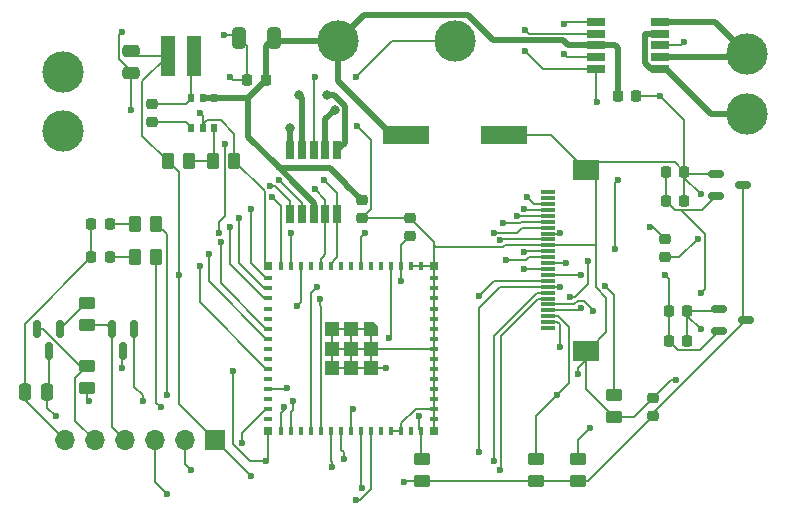
<source format=gbr>
%TF.GenerationSoftware,KiCad,Pcbnew,8.0.5*%
%TF.CreationDate,2024-09-22T08:03:16-05:00*%
%TF.ProjectId,rc,72632e6b-6963-4616-945f-706362585858,rev?*%
%TF.SameCoordinates,Original*%
%TF.FileFunction,Copper,L1,Top*%
%TF.FilePolarity,Positive*%
%FSLAX46Y46*%
G04 Gerber Fmt 4.6, Leading zero omitted, Abs format (unit mm)*
G04 Created by KiCad (PCBNEW 8.0.5) date 2024-09-22 08:03:16*
%MOMM*%
%LPD*%
G01*
G04 APERTURE LIST*
G04 Aperture macros list*
%AMRoundRect*
0 Rectangle with rounded corners*
0 $1 Rounding radius*
0 $2 $3 $4 $5 $6 $7 $8 $9 X,Y pos of 4 corners*
0 Add a 4 corners polygon primitive as box body*
4,1,4,$2,$3,$4,$5,$6,$7,$8,$9,$2,$3,0*
0 Add four circle primitives for the rounded corners*
1,1,$1+$1,$2,$3*
1,1,$1+$1,$4,$5*
1,1,$1+$1,$6,$7*
1,1,$1+$1,$8,$9*
0 Add four rect primitives between the rounded corners*
20,1,$1+$1,$2,$3,$4,$5,0*
20,1,$1+$1,$4,$5,$6,$7,0*
20,1,$1+$1,$6,$7,$8,$9,0*
20,1,$1+$1,$8,$9,$2,$3,0*%
%AMOutline5P*
0 Free polygon, 5 corners , with rotation*
0 The origin of the aperture is its center*
0 number of corners: always 5*
0 $1 to $10 corner X, Y*
0 $11 Rotation angle, in degrees counterclockwise*
0 create outline with 5 corners*
4,1,5,$1,$2,$3,$4,$5,$6,$7,$8,$9,$10,$1,$2,$11*%
%AMOutline6P*
0 Free polygon, 6 corners , with rotation*
0 The origin of the aperture is its center*
0 number of corners: always 6*
0 $1 to $12 corner X, Y*
0 $13 Rotation angle, in degrees counterclockwise*
0 create outline with 6 corners*
4,1,6,$1,$2,$3,$4,$5,$6,$7,$8,$9,$10,$11,$12,$1,$2,$13*%
%AMOutline7P*
0 Free polygon, 7 corners , with rotation*
0 The origin of the aperture is its center*
0 number of corners: always 7*
0 $1 to $14 corner X, Y*
0 $15 Rotation angle, in degrees counterclockwise*
0 create outline with 7 corners*
4,1,7,$1,$2,$3,$4,$5,$6,$7,$8,$9,$10,$11,$12,$13,$14,$1,$2,$15*%
%AMOutline8P*
0 Free polygon, 8 corners , with rotation*
0 The origin of the aperture is its center*
0 number of corners: always 8*
0 $1 to $16 corner X, Y*
0 $17 Rotation angle, in degrees counterclockwise*
0 create outline with 8 corners*
4,1,8,$1,$2,$3,$4,$5,$6,$7,$8,$9,$10,$11,$12,$13,$14,$15,$16,$1,$2,$17*%
G04 Aperture macros list end*
%TA.AperFunction,SMDPad,CuDef*%
%ADD10R,3.911600X1.498600*%
%TD*%
%TA.AperFunction,ConnectorPad*%
%ADD11C,3.500000*%
%TD*%
%TA.AperFunction,ComponentPad*%
%ADD12C,2.600000*%
%TD*%
%TA.AperFunction,SMDPad,CuDef*%
%ADD13R,1.525000X0.650000*%
%TD*%
%TA.AperFunction,SMDPad,CuDef*%
%ADD14RoundRect,0.225000X-0.225000X-0.250000X0.225000X-0.250000X0.225000X0.250000X-0.225000X0.250000X0*%
%TD*%
%TA.AperFunction,SMDPad,CuDef*%
%ADD15R,0.400000X0.800000*%
%TD*%
%TA.AperFunction,SMDPad,CuDef*%
%ADD16R,0.800000X0.400000*%
%TD*%
%TA.AperFunction,SMDPad,CuDef*%
%ADD17Outline5P,-0.600000X0.204000X-0.204000X0.600000X0.600000X0.600000X0.600000X-0.600000X-0.600000X-0.600000X270.000000*%
%TD*%
%TA.AperFunction,SMDPad,CuDef*%
%ADD18R,1.200000X1.200000*%
%TD*%
%TA.AperFunction,SMDPad,CuDef*%
%ADD19R,0.800000X0.800000*%
%TD*%
%TA.AperFunction,SMDPad,CuDef*%
%ADD20RoundRect,0.250000X0.450000X-0.262500X0.450000X0.262500X-0.450000X0.262500X-0.450000X-0.262500X0*%
%TD*%
%TA.AperFunction,SMDPad,CuDef*%
%ADD21R,1.300000X0.300000*%
%TD*%
%TA.AperFunction,SMDPad,CuDef*%
%ADD22R,2.200000X1.800000*%
%TD*%
%TA.AperFunction,SMDPad,CuDef*%
%ADD23RoundRect,0.250000X-0.450000X0.262500X-0.450000X-0.262500X0.450000X-0.262500X0.450000X0.262500X0*%
%TD*%
%TA.AperFunction,SMDPad,CuDef*%
%ADD24RoundRect,0.150000X-0.512500X-0.150000X0.512500X-0.150000X0.512500X0.150000X-0.512500X0.150000X0*%
%TD*%
%TA.AperFunction,ComponentPad*%
%ADD25R,1.700000X1.700000*%
%TD*%
%TA.AperFunction,ComponentPad*%
%ADD26O,1.700000X1.700000*%
%TD*%
%TA.AperFunction,SMDPad,CuDef*%
%ADD27RoundRect,0.225000X0.250000X-0.225000X0.250000X0.225000X-0.250000X0.225000X-0.250000X-0.225000X0*%
%TD*%
%TA.AperFunction,SMDPad,CuDef*%
%ADD28RoundRect,0.250000X0.262500X0.450000X-0.262500X0.450000X-0.262500X-0.450000X0.262500X-0.450000X0*%
%TD*%
%TA.AperFunction,SMDPad,CuDef*%
%ADD29RoundRect,0.250000X0.250000X0.475000X-0.250000X0.475000X-0.250000X-0.475000X0.250000X-0.475000X0*%
%TD*%
%TA.AperFunction,SMDPad,CuDef*%
%ADD30R,0.549999X0.800001*%
%TD*%
%TA.AperFunction,SMDPad,CuDef*%
%ADD31RoundRect,0.250000X0.325000X0.650000X-0.325000X0.650000X-0.325000X-0.650000X0.325000X-0.650000X0*%
%TD*%
%TA.AperFunction,SMDPad,CuDef*%
%ADD32RoundRect,0.218750X-0.218750X-0.256250X0.218750X-0.256250X0.218750X0.256250X-0.218750X0.256250X0*%
%TD*%
%TA.AperFunction,SMDPad,CuDef*%
%ADD33RoundRect,0.225000X-0.250000X0.225000X-0.250000X-0.225000X0.250000X-0.225000X0.250000X0.225000X0*%
%TD*%
%TA.AperFunction,SMDPad,CuDef*%
%ADD34RoundRect,0.225000X0.225000X0.250000X-0.225000X0.250000X-0.225000X-0.250000X0.225000X-0.250000X0*%
%TD*%
%TA.AperFunction,SMDPad,CuDef*%
%ADD35R,1.300000X3.500000*%
%TD*%
%TA.AperFunction,SMDPad,CuDef*%
%ADD36RoundRect,0.250000X-0.475000X0.250000X-0.475000X-0.250000X0.475000X-0.250000X0.475000X0.250000X0*%
%TD*%
%TA.AperFunction,SMDPad,CuDef*%
%ADD37RoundRect,0.150000X-0.150000X0.587500X-0.150000X-0.587500X0.150000X-0.587500X0.150000X0.587500X0*%
%TD*%
%TA.AperFunction,SMDPad,CuDef*%
%ADD38R,0.650000X1.525000*%
%TD*%
%TA.AperFunction,ViaPad*%
%ADD39C,0.600000*%
%TD*%
%TA.AperFunction,ViaPad*%
%ADD40C,0.800000*%
%TD*%
%TA.AperFunction,Conductor*%
%ADD41C,0.200000*%
%TD*%
%TA.AperFunction,Conductor*%
%ADD42C,0.500000*%
%TD*%
G04 APERTURE END LIST*
D10*
%TO.P,C15,1,1*%
%TO.N,/V_IN*%
X151206200Y-60706000D03*
%TO.P,C15,2,2*%
%TO.N,GND*%
X159512000Y-60706000D03*
%TD*%
D11*
%TO.P,TP8,1,1*%
%TO.N,Net-(IC2-OUT2)*%
X180086000Y-58898000D03*
D12*
X180086000Y-58898000D03*
%TD*%
D11*
%TO.P,TP7,1,1*%
%TO.N,Net-(IC2-OUT1)*%
X180086000Y-53848000D03*
D12*
X180086000Y-53848000D03*
%TD*%
D13*
%TO.P,IC2,1,IN1*%
%TO.N,/motor_a*%
X167296000Y-51118000D03*
%TO.P,IC2,2,IN2*%
%TO.N,/motor_b*%
X167296000Y-52118000D03*
%TO.P,IC2,3,VBB*%
%TO.N,/V_IN*%
X167296000Y-53118000D03*
%TO.P,IC2,4,IN3*%
%TO.N,/motor_a*%
X167296000Y-54118000D03*
%TO.P,IC2,5,IN4*%
%TO.N,/motor_b*%
X167296000Y-55118000D03*
%TO.P,IC2,6,OUT4*%
%TO.N,Net-(IC2-OUT2)*%
X172720000Y-55118000D03*
%TO.P,IC2,7,OUT3*%
%TO.N,Net-(IC2-OUT1)*%
X172720000Y-54118000D03*
%TO.P,IC2,8,GND*%
%TO.N,GND*%
X172720000Y-53118000D03*
%TO.P,IC2,9,OUT2*%
%TO.N,Net-(IC2-OUT2)*%
X172720000Y-52118000D03*
%TO.P,IC2,10,OUT1*%
%TO.N,Net-(IC2-OUT1)*%
X172720000Y-51118000D03*
%TD*%
D14*
%TO.P,C14,1*%
%TO.N,/V_IN*%
X169151000Y-57404000D03*
%TO.P,C14,2*%
%TO.N,GND*%
X170701000Y-57404000D03*
%TD*%
D12*
%TO.P,TP4,1,1*%
%TO.N,Net-(IC1-OUT2)*%
X122189769Y-55323426D03*
D11*
X122189769Y-55323426D03*
%TD*%
D12*
%TO.P,TP1,1,1*%
%TO.N,/V_IN*%
X145430769Y-52753426D03*
D11*
X145430769Y-52753426D03*
%TD*%
D15*
%TO.P,U1,1,GND*%
%TO.N,GND*%
X152522769Y-71789426D03*
%TO.P,U1,2,GND*%
X151672769Y-71789426D03*
%TO.P,U1,3,3V3*%
%TO.N,+3.3V*%
X150822769Y-71789426D03*
%TO.P,U1,4,IO0*%
%TO.N,Net-(Q2-C)*%
X149972769Y-71789426D03*
%TO.P,U1,5,IO1*%
%TO.N,unconnected-(U1-IO1-Pad5)*%
X149122769Y-71789426D03*
%TO.P,U1,6,IO2*%
%TO.N,unconnected-(U1-IO2-Pad6)*%
X148272769Y-71789426D03*
%TO.P,U1,7,IO3*%
%TO.N,/csi_d4*%
X147422769Y-71789426D03*
%TO.P,U1,8,IO4*%
%TO.N,unconnected-(U1-IO4-Pad8)*%
X146572769Y-71789426D03*
%TO.P,U1,9,IO5*%
%TO.N,unconnected-(U1-IO5-Pad9)*%
X145722769Y-71789426D03*
%TO.P,U1,10,IO6*%
%TO.N,/steer_b*%
X144872769Y-71789426D03*
%TO.P,U1,11,IO7*%
%TO.N,/steer_a*%
X144022769Y-71789426D03*
%TO.P,U1,12,IO8*%
%TO.N,unconnected-(U1-IO8-Pad12)*%
X143172769Y-71789426D03*
%TO.P,U1,13,IO9*%
%TO.N,/motor_b*%
X142322769Y-71789426D03*
%TO.P,U1,14,IO10*%
%TO.N,/motor_a*%
X141472769Y-71789426D03*
%TO.P,U1,15,IO11*%
%TO.N,/csi_d2*%
X140622769Y-71789426D03*
D16*
%TO.P,U1,16,IO12*%
%TO.N,/csi_d1*%
X139572769Y-72839426D03*
%TO.P,U1,17,IO13*%
%TO.N,/csi_d3*%
X139572769Y-73689426D03*
%TO.P,U1,18,IO14*%
%TO.N,/csi_d0*%
X139572769Y-74539426D03*
%TO.P,U1,19,IO15*%
%TO.N,unconnected-(U1-IO15-Pad19)*%
X139572769Y-75389426D03*
%TO.P,U1,20,IO16*%
%TO.N,unconnected-(U1-IO16-Pad20)*%
X139572769Y-76239426D03*
%TO.P,U1,21,IO17*%
%TO.N,/csi_d5*%
X139572769Y-77089426D03*
%TO.P,U1,22,IO18*%
%TO.N,/csi_d6*%
X139572769Y-77939426D03*
%TO.P,U1,23,IO19*%
%TO.N,unconnected-(U1-IO19-Pad23)*%
X139572769Y-78789426D03*
%TO.P,U1,24,IO20*%
%TO.N,unconnected-(U1-IO20-Pad24)*%
X139572769Y-79639426D03*
%TO.P,U1,25,IO21*%
%TO.N,/csi_mclk*%
X139572769Y-80489426D03*
%TO.P,U1,26,IO26*%
%TO.N,unconnected-(U1-IO26-Pad26)*%
X139572769Y-81339426D03*
%TO.P,U1,27,IO47*%
%TO.N,/twi_sda*%
X139572769Y-82189426D03*
%TO.P,U1,28,IO33*%
%TO.N,unconnected-(U1-IO33-Pad28)*%
X139572769Y-83039426D03*
%TO.P,U1,29,IO34*%
%TO.N,/pwdn*%
X139572769Y-83889426D03*
%TO.P,U1,30,IO48*%
%TO.N,unconnected-(U1-IO48-Pad30)*%
X139572769Y-84739426D03*
D15*
%TO.P,U1,31,IO35*%
%TO.N,/LED1*%
X140622769Y-85789426D03*
%TO.P,U1,32,IO36*%
%TO.N,/LED2*%
X141472769Y-85789426D03*
%TO.P,U1,33,IO37*%
%TO.N,unconnected-(U1-IO37-Pad33)*%
X142322769Y-85789426D03*
%TO.P,U1,34,IO38*%
%TO.N,/csi_d7*%
X143172769Y-85789426D03*
%TO.P,U1,35,IO39*%
%TO.N,/csi_hsync*%
X144022769Y-85789426D03*
%TO.P,U1,36,IO40*%
%TO.N,/cam_rst*%
X144872769Y-85789426D03*
%TO.P,U1,37,IO41*%
%TO.N,/csi_vsync*%
X145722769Y-85789426D03*
%TO.P,U1,38,IO42*%
%TO.N,/twi_sck*%
X146572769Y-85789426D03*
%TO.P,U1,39,TXD0*%
%TO.N,/TXD*%
X147422769Y-85789426D03*
%TO.P,U1,40,RXD0*%
%TO.N,/RXD*%
X148272769Y-85789426D03*
%TO.P,U1,41,IO45*%
%TO.N,unconnected-(U1-IO45-Pad41)*%
X149122769Y-85789426D03*
%TO.P,U1,42,GND*%
%TO.N,GND*%
X149972769Y-85789426D03*
%TO.P,U1,43,GND*%
X150822769Y-85789426D03*
%TO.P,U1,44,IO46*%
%TO.N,unconnected-(U1-IO46-Pad44)*%
X151672769Y-85789426D03*
%TO.P,U1,45,EN*%
%TO.N,/CHIP_PU*%
X152522769Y-85789426D03*
D16*
%TO.P,U1,46,GND*%
%TO.N,GND*%
X153572769Y-84739426D03*
%TO.P,U1,47,GND*%
X153572769Y-83889426D03*
%TO.P,U1,48,GND*%
X153572769Y-83039426D03*
%TO.P,U1,49,GND*%
X153572769Y-82189426D03*
%TO.P,U1,50,GND*%
X153572769Y-81339426D03*
%TO.P,U1,51,GND*%
X153572769Y-80489426D03*
%TO.P,U1,52,GND*%
X153572769Y-79639426D03*
%TO.P,U1,53,GND*%
X153572769Y-78789426D03*
%TO.P,U1,54,GND*%
X153572769Y-77939426D03*
%TO.P,U1,55,GND*%
X153572769Y-77089426D03*
%TO.P,U1,56,GND*%
X153572769Y-76239426D03*
%TO.P,U1,57,GND*%
X153572769Y-75389426D03*
%TO.P,U1,58,GND*%
X153572769Y-74539426D03*
%TO.P,U1,59,GND*%
X153572769Y-73689426D03*
%TO.P,U1,60,GND*%
X153572769Y-72839426D03*
D17*
%TO.P,U1,61,GND*%
X148222769Y-77139426D03*
D18*
X146572769Y-77139426D03*
X144922769Y-77139426D03*
X148222769Y-78789426D03*
X146572769Y-78789426D03*
X144922769Y-78789426D03*
X148222769Y-80439426D03*
X146572769Y-80439426D03*
X144922769Y-80439426D03*
D19*
%TO.P,U1,62,GND*%
X153572769Y-71789426D03*
%TO.P,U1,63,GND*%
X139572769Y-71789426D03*
%TO.P,U1,64,GND*%
X139572769Y-85789426D03*
%TO.P,U1,65,GND*%
X153572769Y-85789426D03*
%TD*%
D20*
%TO.P,R5,1*%
%TO.N,+3.3V*%
X152542769Y-89987926D03*
%TO.P,R5,2*%
%TO.N,/CHIP_PU*%
X152542769Y-88162926D03*
%TD*%
D21*
%TO.P,J1,1,Pin_1*%
%TO.N,unconnected-(J1-Pin_1-Pad1)*%
X163204769Y-77045426D03*
%TO.P,J1,2,Pin_2*%
%TO.N,GND*%
X163204769Y-76545426D03*
%TO.P,J1,3,Pin_3*%
%TO.N,/twi_sda*%
X163204769Y-76045426D03*
%TO.P,J1,4,Pin_4*%
%TO.N,+2V8*%
X163204769Y-75545426D03*
%TO.P,J1,5,Pin_5*%
%TO.N,/twi_sck*%
X163204769Y-75045426D03*
%TO.P,J1,6,Pin_6*%
%TO.N,/cam_rst*%
X163204769Y-74545426D03*
%TO.P,J1,7,Pin_7*%
%TO.N,/csi_vsync*%
X163204769Y-74045426D03*
%TO.P,J1,8,Pin_8*%
%TO.N,/pwdn*%
X163204769Y-73545426D03*
%TO.P,J1,9,Pin_9*%
%TO.N,/csi_hsync*%
X163204769Y-73045426D03*
%TO.P,J1,10,Pin_10*%
%TO.N,+1V2*%
X163204769Y-72545426D03*
%TO.P,J1,11,Pin_11*%
%TO.N,+3.3V*%
X163204769Y-72045426D03*
%TO.P,J1,12,Pin_12*%
%TO.N,/csi_d7*%
X163204769Y-71545426D03*
%TO.P,J1,13,Pin_13*%
%TO.N,/csi_mclk*%
X163204769Y-71045426D03*
%TO.P,J1,14,Pin_14*%
%TO.N,/csi_d6*%
X163204769Y-70545426D03*
%TO.P,J1,15,Pin_15*%
%TO.N,GND*%
X163204769Y-70045426D03*
%TO.P,J1,16,Pin_16*%
%TO.N,/csi_d5*%
X163204769Y-69545426D03*
%TO.P,J1,17,Pin_17*%
%TO.N,/csi_pclk*%
X163204769Y-69045426D03*
%TO.P,J1,18,Pin_18*%
%TO.N,/csi_d4*%
X163204769Y-68545426D03*
%TO.P,J1,19,Pin_19*%
%TO.N,/csi_d0*%
X163204769Y-68045426D03*
%TO.P,J1,20,Pin_20*%
%TO.N,/csi_d3*%
X163204769Y-67545426D03*
%TO.P,J1,21,Pin_21*%
%TO.N,/csi_d1*%
X163204769Y-67045426D03*
%TO.P,J1,22,Pin_22*%
%TO.N,/csi_d2*%
X163204769Y-66545426D03*
%TO.P,J1,23,Pin_23*%
%TO.N,unconnected-(J1-Pin_23-Pad23)*%
X163204769Y-66045426D03*
%TO.P,J1,24,Pin_24*%
%TO.N,unconnected-(J1-Pin_24-Pad24)*%
X163204769Y-65545426D03*
D22*
%TO.P,J1,MP,MountPin*%
%TO.N,GND*%
X166454769Y-78945426D03*
X166454769Y-63645426D03*
%TD*%
D23*
%TO.P,R7,1*%
%TO.N,/twi_sda*%
X162194769Y-88162926D03*
%TO.P,R7,2*%
%TO.N,+3.3V*%
X162194769Y-89987926D03*
%TD*%
D14*
%TO.P,C9,1*%
%TO.N,+1V2*%
X173482269Y-75625426D03*
%TO.P,C9,2*%
%TO.N,GND*%
X175032269Y-75625426D03*
%TD*%
D24*
%TO.P,U4,1,GND*%
%TO.N,GND*%
X177699769Y-75425426D03*
%TO.P,U4,2,VO*%
%TO.N,+1V2*%
X177699769Y-77325426D03*
%TO.P,U4,3,VI*%
%TO.N,+3.3V*%
X179974769Y-76375426D03*
%TD*%
D25*
%TO.P,J2,1,Pin_1*%
%TO.N,+3.3V*%
X135016769Y-86535426D03*
D26*
%TO.P,J2,2,Pin_2*%
%TO.N,/TXD*%
X132476769Y-86535426D03*
%TO.P,J2,3,Pin_3*%
%TO.N,/RXD*%
X129936769Y-86535426D03*
%TO.P,J2,4,Pin_4*%
%TO.N,/DTR*%
X127396769Y-86535426D03*
%TO.P,J2,5,Pin_5*%
%TO.N,/RTS*%
X124856769Y-86535426D03*
%TO.P,J2,6,Pin_6*%
%TO.N,GND*%
X122316769Y-86535426D03*
%TD*%
D12*
%TO.P,TP3,1,1*%
%TO.N,Net-(IC1-OUT1)*%
X122189769Y-60373426D03*
D11*
X122189769Y-60373426D03*
%TD*%
D20*
%TO.P,R6,1*%
%TO.N,GND*%
X168798769Y-84550426D03*
%TO.P,R6,2*%
%TO.N,/pwdn*%
X168798769Y-82725426D03*
%TD*%
D27*
%TO.P,C3,1*%
%TO.N,Net-(U2-CB)*%
X129682769Y-59624426D03*
%TO.P,C3,2*%
%TO.N,Net-(U2-SW)*%
X129682769Y-58074426D03*
%TD*%
D28*
%TO.P,R2,1*%
%TO.N,GND*%
X136691269Y-62913426D03*
%TO.P,R2,2*%
%TO.N,Net-(U2-FB)*%
X134866269Y-62913426D03*
%TD*%
D23*
%TO.P,R8,1*%
%TO.N,/twi_sck*%
X165750769Y-88162926D03*
%TO.P,R8,2*%
%TO.N,+3.3V*%
X165750769Y-89987926D03*
%TD*%
D29*
%TO.P,C11,1*%
%TO.N,/CHIP_PU*%
X120830269Y-82471426D03*
%TO.P,C11,2*%
%TO.N,GND*%
X118930269Y-82471426D03*
%TD*%
D30*
%TO.P,U2,1,CB*%
%TO.N,Net-(U2-CB)*%
X133050768Y-60124427D03*
%TO.P,U2,2,GND*%
%TO.N,GND*%
X134000769Y-60124427D03*
%TO.P,U2,3,FB*%
%TO.N,Net-(U2-FB)*%
X134950767Y-60124427D03*
%TO.P,U2,4,EN*%
%TO.N,/V_IN*%
X134950767Y-57574427D03*
%TO.P,U2,5,VIN*%
X134000769Y-57574427D03*
%TO.P,U2,6,SW*%
%TO.N,Net-(U2-SW)*%
X133050768Y-57574427D03*
%TD*%
D31*
%TO.P,C1,1*%
%TO.N,/V_IN*%
X140047769Y-52499426D03*
%TO.P,C1,2*%
%TO.N,GND*%
X137097769Y-52499426D03*
%TD*%
D32*
%TO.P,D3,1,K*%
%TO.N,GND*%
X124577269Y-71041426D03*
%TO.P,D3,2,A*%
%TO.N,Net-(D3-A)*%
X126152269Y-71041426D03*
%TD*%
D27*
%TO.P,C5,1*%
%TO.N,+3.3V*%
X151526769Y-69276426D03*
%TO.P,C5,2*%
%TO.N,GND*%
X151526769Y-67726426D03*
%TD*%
D33*
%TO.P,C6,1*%
%TO.N,/V_IN*%
X147462769Y-66215426D03*
%TO.P,C6,2*%
%TO.N,GND*%
X147462769Y-67765426D03*
%TD*%
D14*
%TO.P,C7,1*%
%TO.N,+2V8*%
X173228269Y-63800426D03*
%TO.P,C7,2*%
%TO.N,GND*%
X174778269Y-63800426D03*
%TD*%
D34*
%TO.P,C2,1*%
%TO.N,/V_IN*%
X139347769Y-56055426D03*
%TO.P,C2,2*%
%TO.N,GND*%
X137797769Y-56055426D03*
%TD*%
D28*
%TO.P,R9,1*%
%TO.N,/LED2*%
X130087269Y-68247426D03*
%TO.P,R9,2*%
%TO.N,Net-(D2-A)*%
X128262269Y-68247426D03*
%TD*%
D20*
%TO.P,R3,1*%
%TO.N,/DTR*%
X124198269Y-76779926D03*
%TO.P,R3,2*%
%TO.N,Net-(Q1-B)*%
X124198269Y-74954926D03*
%TD*%
D35*
%TO.P,L1,1,1*%
%TO.N,Net-(U2-SW)*%
X133238769Y-54023426D03*
%TO.P,L1,2,2*%
%TO.N,+3.3V*%
X131038769Y-54023426D03*
%TD*%
D28*
%TO.P,R10,1*%
%TO.N,/LED1*%
X130087269Y-71041426D03*
%TO.P,R10,2*%
%TO.N,Net-(D3-A)*%
X128262269Y-71041426D03*
%TD*%
D36*
%TO.P,C4,1*%
%TO.N,+3.3V*%
X127904769Y-53581426D03*
%TO.P,C4,2*%
%TO.N,GND*%
X127904769Y-55481426D03*
%TD*%
D24*
%TO.P,U3,1,GND*%
%TO.N,GND*%
X177445769Y-63995426D03*
%TO.P,U3,2,VO*%
%TO.N,+2V8*%
X177445769Y-65895426D03*
%TO.P,U3,3,VI*%
%TO.N,+3.3V*%
X179720769Y-64945426D03*
%TD*%
D27*
%TO.P,C12,1*%
%TO.N,GND*%
X173116769Y-71054426D03*
%TO.P,C12,2*%
%TO.N,/csi_pclk*%
X173116769Y-69504426D03*
%TD*%
D32*
%TO.P,D2,1,K*%
%TO.N,GND*%
X124577269Y-68247426D03*
%TO.P,D2,2,A*%
%TO.N,Net-(D2-A)*%
X126152269Y-68247426D03*
%TD*%
D28*
%TO.P,R1,1*%
%TO.N,Net-(U2-FB)*%
X132881269Y-62913426D03*
%TO.P,R1,2*%
%TO.N,+3.3V*%
X131056269Y-62913426D03*
%TD*%
D37*
%TO.P,Q2,1,B*%
%TO.N,Net-(Q2-B)*%
X128196269Y-77137426D03*
%TO.P,Q2,2,E*%
%TO.N,/DTR*%
X126296269Y-77137426D03*
%TO.P,Q2,3,C*%
%TO.N,Net-(Q2-C)*%
X127246269Y-79012426D03*
%TD*%
D14*
%TO.P,C8,1*%
%TO.N,+2V8*%
X173228269Y-66310426D03*
%TO.P,C8,2*%
%TO.N,GND*%
X174778269Y-66310426D03*
%TD*%
D27*
%TO.P,C13,1*%
%TO.N,+3.3V*%
X172100769Y-84516426D03*
%TO.P,C13,2*%
%TO.N,GND*%
X172100769Y-82966426D03*
%TD*%
D23*
%TO.P,R4,1*%
%TO.N,/RTS*%
X124198269Y-80288926D03*
%TO.P,R4,2*%
%TO.N,Net-(Q2-B)*%
X124198269Y-82113926D03*
%TD*%
D14*
%TO.P,C10,1*%
%TO.N,+1V2*%
X173482269Y-78135426D03*
%TO.P,C10,2*%
%TO.N,GND*%
X175032269Y-78135426D03*
%TD*%
D12*
%TO.P,TP2,1,1*%
%TO.N,GND*%
X155336769Y-52753426D03*
D11*
X155336769Y-52753426D03*
%TD*%
D37*
%TO.P,Q1,1,B*%
%TO.N,Net-(Q1-B)*%
X121912269Y-77137426D03*
%TO.P,Q1,2,E*%
%TO.N,/RTS*%
X120012269Y-77137426D03*
%TO.P,Q1,3,C*%
%TO.N,/CHIP_PU*%
X120962269Y-79012426D03*
%TD*%
D38*
%TO.P,IC1,1,IN1*%
%TO.N,/steer_a*%
X141398769Y-67403426D03*
%TO.P,IC1,2,IN2*%
%TO.N,/steer_b*%
X142398769Y-67403426D03*
%TO.P,IC1,3,VBB*%
%TO.N,/V_IN*%
X143398769Y-67403426D03*
%TO.P,IC1,4,IN3*%
%TO.N,/steer_a*%
X144398769Y-67403426D03*
%TO.P,IC1,5,IN4*%
%TO.N,/steer_b*%
X145398769Y-67403426D03*
%TO.P,IC1,6,OUT4*%
%TO.N,Net-(IC1-OUT2)*%
X145398769Y-61979426D03*
%TO.P,IC1,7,OUT3*%
%TO.N,Net-(IC1-OUT1)*%
X144398769Y-61979426D03*
%TO.P,IC1,8,GND*%
%TO.N,GND*%
X143398769Y-61979426D03*
%TO.P,IC1,9,OUT2*%
%TO.N,Net-(IC1-OUT2)*%
X142398769Y-61979426D03*
%TO.P,IC1,10,OUT1*%
%TO.N,Net-(IC1-OUT1)*%
X141398769Y-61979426D03*
%TD*%
D39*
%TO.N,/motor_b*%
X161290000Y-53594000D03*
%TO.N,GND*%
X147066000Y-59944000D03*
D40*
%TO.N,Net-(IC1-OUT2)*%
X144526000Y-57325426D03*
D39*
%TO.N,GND*%
X143510000Y-55801426D03*
%TO.N,/motor_b*%
X167386000Y-57912000D03*
X161290000Y-51816000D03*
%TO.N,/motor_a*%
X164592000Y-53848000D03*
X164592000Y-51308000D03*
%TO.N,GND*%
X172720000Y-57404000D03*
X174752000Y-52832000D03*
%TO.N,/motor_b*%
X169164000Y-64516000D03*
X168910000Y-70358000D03*
X165100000Y-74422000D03*
X166624000Y-71374000D03*
X141986000Y-75184000D03*
%TO.N,/motor_a*%
X135890000Y-61468000D03*
X135361178Y-68988329D03*
X141478000Y-69009426D03*
%TO.N,/steer_a*%
X139700000Y-65024000D03*
X143510000Y-65278000D03*
%TO.N,/steer_b*%
X140450090Y-64527910D03*
X144272000Y-64516000D03*
%TO.N,GND*%
X165750769Y-80947426D03*
X176164769Y-65707426D03*
X175910769Y-69517426D03*
X136540769Y-80693426D03*
X176164769Y-77137426D03*
X146967794Y-55814451D03*
X136286769Y-55801426D03*
X139334769Y-88313426D03*
X174089504Y-81412161D03*
X127142769Y-51991426D03*
X135778769Y-52245426D03*
X149494769Y-80439426D03*
X164226769Y-78661426D03*
X133746769Y-58849426D03*
X127904769Y-58595426D03*
%TO.N,+3.3V*%
X150764769Y-73073426D03*
X131968769Y-72565426D03*
X151018769Y-90091426D03*
X161178769Y-72057426D03*
X138064769Y-89583426D03*
D40*
%TO.N,Net-(IC1-OUT2)*%
X142128769Y-57325426D03*
%TO.N,Net-(IC1-OUT1)*%
X145176769Y-58595426D03*
X141366769Y-60119426D03*
D39*
%TO.N,/csi_d0*%
X159400769Y-68177426D03*
X136286769Y-68501426D03*
%TO.N,/pwdn*%
X137302769Y-86789426D03*
X168036769Y-73489426D03*
X164236853Y-73572914D03*
X157368769Y-87551426D03*
%TO.N,/csi_d4*%
X158638769Y-69009426D03*
X147716769Y-69009426D03*
%TO.N,/csi_d2*%
X139842769Y-65961426D03*
X161432769Y-65961426D03*
%TO.N,/csi_d3*%
X137048769Y-67739426D03*
X160613082Y-67577426D03*
%TO.N,/csi_d1*%
X138064769Y-66977426D03*
X161178769Y-66977426D03*
%TO.N,+1V2*%
X173116769Y-72565426D03*
X166004769Y-72565426D03*
%TO.N,/csi_vsync*%
X158638769Y-88313426D03*
X145938769Y-88151426D03*
%TO.N,/csi_d5*%
X159204456Y-69609426D03*
X135524769Y-69771426D03*
%TO.N,/csi_d6*%
X134508769Y-70787426D03*
X161178769Y-70645426D03*
%TO.N,/twi_sda*%
X163972769Y-82725426D03*
X141112769Y-82125426D03*
%TO.N,/cam_rst*%
X144922769Y-88821426D03*
X159146769Y-89075426D03*
%TO.N,/csi_pclk*%
X171846769Y-68501426D03*
X164236853Y-69017938D03*
%TO.N,+2V8*%
X166004769Y-75359426D03*
X176164769Y-74089426D03*
%TO.N,/csi_d7*%
X143652769Y-73581426D03*
X164734769Y-71549426D03*
%TO.N,/csi_mclk*%
X159654769Y-71295426D03*
X133746769Y-71803426D03*
%TO.N,/csi_hsync*%
X143906769Y-74597426D03*
X157368769Y-74343426D03*
%TO.N,/twi_sck*%
X166766769Y-85519426D03*
X146700769Y-83903426D03*
X167020769Y-75613426D03*
%TO.N,/CHIP_PU*%
X152288769Y-84503426D03*
X121554769Y-84503426D03*
%TO.N,/TXD*%
X147462769Y-90599426D03*
X132984769Y-89075426D03*
%TO.N,/RXD*%
X130952769Y-91107426D03*
X146954769Y-91615426D03*
%TO.N,Net-(Q2-C)*%
X149748769Y-77899426D03*
X127142769Y-80439426D03*
%TO.N,Net-(Q2-B)*%
X124348769Y-83233426D03*
X128920769Y-83233426D03*
%TO.N,/LED2*%
X141620769Y-83233426D03*
X130952769Y-82725426D03*
%TO.N,/LED1*%
X130444769Y-83741426D03*
X140858769Y-83741426D03*
%TD*%
D41*
%TO.N,/motor_b*%
X163830000Y-55118000D02*
X162814000Y-55118000D01*
X162814000Y-55118000D02*
X161290000Y-53594000D01*
X167296000Y-55118000D02*
X163830000Y-55118000D01*
%TO.N,GND*%
X148237769Y-61115769D02*
X147066000Y-59944000D01*
X148237769Y-66990426D02*
X148237769Y-61115769D01*
X147462769Y-67765426D02*
X148237769Y-66990426D01*
D42*
%TO.N,/V_IN*%
X149999700Y-60706000D02*
X145430769Y-56137069D01*
X151206200Y-60706000D02*
X149999700Y-60706000D01*
X145430769Y-56137069D02*
X145430769Y-52753426D01*
%TO.N,Net-(IC1-OUT2)*%
X146026769Y-61351426D02*
X146026769Y-58243344D01*
X146026769Y-58243344D02*
X145108851Y-57325426D01*
X145108851Y-57325426D02*
X144526000Y-57325426D01*
X145398769Y-61979426D02*
X146026769Y-61351426D01*
D41*
%TO.N,GND*%
X143398769Y-55912657D02*
X143510000Y-55801426D01*
X143398769Y-61979426D02*
X143398769Y-55912657D01*
X163515343Y-60706000D02*
X166454769Y-63645426D01*
X159512000Y-60706000D02*
X163515343Y-60706000D01*
X174778269Y-59462269D02*
X172720000Y-57404000D01*
X174778269Y-63800426D02*
X174778269Y-59462269D01*
%TO.N,/motor_b*%
X167296000Y-57822000D02*
X167296000Y-55118000D01*
X167386000Y-57912000D02*
X167296000Y-57822000D01*
X161592000Y-52118000D02*
X161290000Y-51816000D01*
X163528000Y-52118000D02*
X161592000Y-52118000D01*
D42*
%TO.N,/V_IN*%
X147630769Y-50553426D02*
X145430769Y-52753426D01*
X156471426Y-50553426D02*
X147630769Y-50553426D01*
X164472661Y-52668000D02*
X158586000Y-52668000D01*
X158586000Y-52668000D02*
X156471426Y-50553426D01*
X164922661Y-53118000D02*
X164472661Y-52668000D01*
X167296000Y-53118000D02*
X164922661Y-53118000D01*
D41*
%TO.N,/motor_a*%
X164862000Y-54118000D02*
X167296000Y-54118000D01*
X164592000Y-53848000D02*
X164862000Y-54118000D01*
X167296000Y-51118000D02*
X164782000Y-51118000D01*
X164782000Y-51118000D02*
X164592000Y-51308000D01*
%TO.N,/motor_b*%
X167296000Y-52118000D02*
X163528000Y-52118000D01*
D42*
%TO.N,/V_IN*%
X169151000Y-53327000D02*
X169151000Y-57404000D01*
X168942000Y-53118000D02*
X169151000Y-53327000D01*
X167296000Y-53118000D02*
X168942000Y-53118000D01*
D41*
%TO.N,GND*%
X174466000Y-53118000D02*
X174752000Y-52832000D01*
X172720000Y-53118000D02*
X174466000Y-53118000D01*
X172720000Y-57404000D02*
X170701000Y-57404000D01*
D42*
%TO.N,Net-(IC2-OUT2)*%
X171457500Y-52118000D02*
X171457500Y-54617500D01*
X171457500Y-54617500D02*
X171958000Y-55118000D01*
X171958000Y-55118000D02*
X172720000Y-55118000D01*
X172720000Y-52118000D02*
X171457500Y-52118000D01*
%TO.N,Net-(IC2-OUT1)*%
X177356000Y-51118000D02*
X180086000Y-53848000D01*
X172720000Y-51118000D02*
X177356000Y-51118000D01*
%TO.N,Net-(IC2-OUT2)*%
X177008000Y-58898000D02*
X180086000Y-58898000D01*
X173228000Y-55118000D02*
X177008000Y-58898000D01*
X172720000Y-55118000D02*
X173228000Y-55118000D01*
%TO.N,Net-(IC2-OUT1)*%
X179816000Y-54118000D02*
X180086000Y-53848000D01*
X172720000Y-54118000D02*
X179816000Y-54118000D01*
D41*
%TO.N,/motor_b*%
X168910000Y-64770000D02*
X169164000Y-64516000D01*
X168910000Y-70358000D02*
X168910000Y-64770000D01*
X166624000Y-73325980D02*
X166624000Y-71374000D01*
X165100000Y-74422000D02*
X165527980Y-74422000D01*
X165527980Y-74422000D02*
X166624000Y-73325980D01*
X142322769Y-74847231D02*
X141986000Y-75184000D01*
X142322769Y-71789426D02*
X142322769Y-74847231D01*
%TO.N,/motor_a*%
X135878769Y-61479231D02*
X135890000Y-61468000D01*
X135878769Y-67533587D02*
X135878769Y-61479231D01*
X135361178Y-68051178D02*
X135878769Y-67533587D01*
X135361178Y-68988329D02*
X135361178Y-68051178D01*
X141472769Y-69014657D02*
X141478000Y-69009426D01*
X141472769Y-71789426D02*
X141472769Y-69014657D01*
%TO.N,/steer_a*%
X141398769Y-66325118D02*
X141398769Y-67403426D01*
X140097651Y-65024000D02*
X141398769Y-66325118D01*
X139700000Y-65024000D02*
X140097651Y-65024000D01*
X144398769Y-66166769D02*
X143510000Y-65278000D01*
X144398769Y-67403426D02*
X144398769Y-66166769D01*
%TO.N,/steer_b*%
X142398769Y-66476589D02*
X142398769Y-67403426D01*
X140450090Y-64527910D02*
X142398769Y-66476589D01*
X145398769Y-65642769D02*
X144272000Y-64516000D01*
X145398769Y-67403426D02*
X145398769Y-65642769D01*
D42*
%TO.N,/V_IN*%
X140482842Y-63500000D02*
X140345421Y-63362579D01*
X144780000Y-63500000D02*
X140482842Y-63500000D01*
X141901519Y-64918676D02*
X140345421Y-63362579D01*
X140345421Y-63362579D02*
X137828768Y-60845925D01*
X146166019Y-64886019D02*
X144780000Y-63500000D01*
X146166019Y-64918676D02*
X146166019Y-64886019D01*
D41*
%TO.N,/steer_b*%
X145398769Y-67403426D02*
X145398769Y-71063427D01*
X145315098Y-71147098D02*
X145398769Y-71063426D01*
X144872769Y-71589426D02*
X145315098Y-71147098D01*
X145398769Y-71063427D02*
X145315098Y-71147098D01*
%TO.N,/steer_a*%
X144398769Y-70813425D02*
X144182097Y-71030097D01*
X144398769Y-67403426D02*
X144398769Y-70813425D01*
X144022769Y-71189426D02*
X144182097Y-71030097D01*
X144182097Y-71030097D02*
X144398769Y-70813426D01*
D42*
%TO.N,/V_IN*%
X147462769Y-66215426D02*
X146166019Y-64918676D01*
X137828768Y-60845925D02*
X137828768Y-57574427D01*
X143398769Y-67403426D02*
X143398769Y-66415926D01*
X134000769Y-57574427D02*
X134950767Y-57574427D01*
X137828768Y-57574427D02*
X139347769Y-56055426D01*
X145430769Y-52753426D02*
X140301769Y-52753426D01*
X143398769Y-66415926D02*
X141901519Y-64918676D01*
X139347769Y-53199426D02*
X140047769Y-52499426D01*
X134950767Y-57574427D02*
X137828768Y-57574427D01*
X140301769Y-52753426D02*
X140047769Y-52499426D01*
X139347769Y-56055426D02*
X139347769Y-53199426D01*
D41*
%TO.N,GND*%
X126879769Y-54268426D02*
X126879769Y-52254426D01*
X136843769Y-52245426D02*
X137097769Y-52499426D01*
X153572769Y-71789426D02*
X153572769Y-70025426D01*
X135778769Y-52245426D02*
X136843769Y-52245426D01*
X163204769Y-70045426D02*
X159616985Y-70045426D01*
X137797769Y-56055426D02*
X136540769Y-56055426D01*
X124577269Y-68247426D02*
X124577269Y-71041426D01*
X148222769Y-80439426D02*
X144922769Y-80439426D01*
X174973269Y-63995426D02*
X174778269Y-63800426D01*
X134000769Y-59103426D02*
X133746769Y-58849426D01*
X153572769Y-71789426D02*
X153572769Y-85789426D01*
X126879769Y-52254426D02*
X127142769Y-51991426D01*
X168180926Y-74482112D02*
X167274769Y-73575955D01*
X175032269Y-78135426D02*
X175032269Y-75625426D01*
X134000769Y-60124427D02*
X134000769Y-59103426D01*
X173116769Y-71054426D02*
X174373769Y-71054426D01*
X176164769Y-65707426D02*
X174778269Y-64320926D01*
X153756769Y-70209426D02*
X153572769Y-70025426D01*
X139572769Y-88075426D02*
X139334769Y-88313426D01*
X134375768Y-59424427D02*
X135525766Y-59424427D01*
X151487769Y-67765426D02*
X151526769Y-67726426D01*
X163204769Y-76545426D02*
X164039083Y-76545426D01*
X168180926Y-77419269D02*
X168180926Y-74482112D01*
X134000769Y-60124427D02*
X134000769Y-59799426D01*
X139242769Y-65464926D02*
X136691269Y-62913426D01*
X153572769Y-78789426D02*
X148222769Y-78789426D01*
X166454769Y-82206426D02*
X168798769Y-84550426D01*
X139572769Y-85789426D02*
X139572769Y-88075426D01*
X150822769Y-85789426D02*
X150822769Y-85120897D01*
X166454769Y-78945426D02*
X166454769Y-82206426D01*
X164226769Y-76733112D02*
X164226769Y-78661426D01*
X165750769Y-80947426D02*
X165750769Y-80439426D01*
X167074769Y-63025426D02*
X174003269Y-63025426D01*
X146572769Y-77139426D02*
X146572769Y-80439426D01*
X127904769Y-58595426D02*
X127904769Y-55481426D01*
X136691269Y-60589930D02*
X136691269Y-62913426D01*
X175032269Y-76004926D02*
X176164769Y-77137426D01*
X153572769Y-69772426D02*
X151526769Y-67726426D01*
X166454769Y-78945426D02*
X166654769Y-78945426D01*
X174373769Y-71054426D02*
X175910769Y-69517426D01*
X174778269Y-64320926D02*
X174778269Y-63800426D01*
X136540769Y-86875955D02*
X136540769Y-80693426D01*
X144922769Y-78789426D02*
X148222769Y-78789426D01*
X150028819Y-52753426D02*
X155336769Y-52753426D01*
X167274769Y-70025426D02*
X167274769Y-64465426D01*
X139242769Y-71459426D02*
X139242769Y-65464926D01*
X175032269Y-75625426D02*
X177499769Y-75625426D01*
X139334769Y-88313426D02*
X137978240Y-88313426D01*
X166454769Y-63645426D02*
X167074769Y-63025426D01*
X163204769Y-70045426D02*
X167254769Y-70045426D01*
X174778269Y-66310426D02*
X174778269Y-63800426D01*
X150822769Y-85120897D02*
X152054240Y-83889426D01*
X152054240Y-83889426D02*
X153572769Y-83889426D01*
X137797769Y-53199426D02*
X137097769Y-52499426D01*
X177445769Y-63995426D02*
X174973269Y-63995426D01*
X137797769Y-56055426D02*
X137797769Y-53199426D01*
X149494769Y-80439426D02*
X148222769Y-80439426D01*
X134000769Y-59799426D02*
X134375768Y-59424427D01*
X166654769Y-78945426D02*
X168180926Y-77419269D01*
X164039083Y-76545426D02*
X164226769Y-76733112D01*
X167274769Y-64465426D02*
X166454769Y-63645426D01*
X136540769Y-56055426D02*
X136286769Y-55801426D01*
X118930269Y-82471426D02*
X118930269Y-76688426D01*
X139572769Y-71789426D02*
X139242769Y-71459426D01*
X127904769Y-55481426D02*
X127904769Y-55293426D01*
X167274769Y-73575955D02*
X167274769Y-70025426D01*
X149972769Y-85789426D02*
X150822769Y-85789426D01*
X144922769Y-77139426D02*
X148222769Y-77139426D01*
X159616985Y-70045426D02*
X159452985Y-70209426D01*
X168798769Y-84550426D02*
X170516769Y-84550426D01*
X167254769Y-70045426D02*
X167274769Y-70025426D01*
X144922769Y-80439426D02*
X144922769Y-77139426D01*
X118930269Y-83148926D02*
X118930269Y-82471426D01*
X177499769Y-75625426D02*
X177699769Y-75425426D01*
X127904769Y-55293426D02*
X126879769Y-54268426D01*
X122316769Y-86535426D02*
X118930269Y-83148926D01*
X159452985Y-70209426D02*
X153756769Y-70209426D01*
X174003269Y-63025426D02*
X174778269Y-63800426D01*
X135525766Y-59424427D02*
X136691269Y-60589930D01*
X166454769Y-79735426D02*
X166454769Y-78945426D01*
X153572769Y-70025426D02*
X153572769Y-69772426D01*
X118930269Y-76688426D02*
X124577269Y-71041426D01*
X170516769Y-84550426D02*
X172100769Y-82966426D01*
X175032269Y-75625426D02*
X175032269Y-76004926D01*
X148222769Y-77139426D02*
X148222769Y-80439426D01*
X151672769Y-71789426D02*
X153572769Y-71789426D01*
X147462769Y-67765426D02*
X151487769Y-67765426D01*
X174089504Y-81412161D02*
X173655034Y-81412161D01*
X146967794Y-55814451D02*
X150028819Y-52753426D01*
X137978240Y-88313426D02*
X136540769Y-86875955D01*
X165750769Y-80439426D02*
X166454769Y-79735426D01*
X173655034Y-81412161D02*
X172100769Y-82966426D01*
%TO.N,Net-(U2-SW)*%
X129682769Y-58074426D02*
X132550769Y-58074426D01*
X133050768Y-54211427D02*
X133238769Y-54023426D01*
X133050768Y-57574427D02*
X133050768Y-54211427D01*
X132550769Y-58074426D02*
X133050768Y-57574427D01*
%TO.N,Net-(U2-CB)*%
X129682769Y-59624426D02*
X132550767Y-59624426D01*
X132550767Y-59624426D02*
X133050768Y-60124427D01*
%TO.N,+3.3V*%
X131968769Y-83487426D02*
X131968769Y-72565426D01*
X152542769Y-89987926D02*
X151122269Y-89987926D01*
X128907769Y-56154426D02*
X131038769Y-54023426D01*
X161190769Y-72045426D02*
X161178769Y-72057426D01*
X150822769Y-71789426D02*
X150822769Y-69980426D01*
X135016769Y-86535426D02*
X131968769Y-83487426D01*
X150822769Y-69980426D02*
X151526769Y-69276426D01*
X172100769Y-84249426D02*
X179974769Y-76375426D01*
X163204769Y-72045426D02*
X161190769Y-72045426D01*
X128346769Y-54023426D02*
X127904769Y-53581426D01*
X150764769Y-71847426D02*
X150822769Y-71789426D01*
X138064769Y-89583426D02*
X135016769Y-86535426D01*
X162194769Y-89987926D02*
X165750769Y-89987926D01*
X165750769Y-89987926D02*
X166629269Y-89987926D01*
X179720769Y-76121426D02*
X179720769Y-64945426D01*
X166629269Y-89987926D02*
X172100769Y-84516426D01*
X151122269Y-89987926D02*
X151018769Y-90091426D01*
X179974769Y-76375426D02*
X179720769Y-76121426D01*
X131968769Y-72565426D02*
X131968769Y-63825926D01*
X150764769Y-73073426D02*
X150764769Y-71847426D01*
X172100769Y-84516426D02*
X172100769Y-84249426D01*
X128907769Y-60764926D02*
X128907769Y-56154426D01*
X131968769Y-63825926D02*
X131056269Y-62913426D01*
X131056269Y-62913426D02*
X128907769Y-60764926D01*
X131038769Y-54023426D02*
X128346769Y-54023426D01*
X152542769Y-89987926D02*
X162194769Y-89987926D01*
D42*
%TO.N,Net-(IC1-OUT2)*%
X142398769Y-57595426D02*
X142128769Y-57325426D01*
X142398769Y-61979426D02*
X142398769Y-57595426D01*
%TO.N,Net-(IC1-OUT1)*%
X144398769Y-59373426D02*
X145176769Y-58595426D01*
X144398769Y-61979426D02*
X144398769Y-59373426D01*
X141398769Y-61979426D02*
X141398769Y-60151426D01*
X141398769Y-60151426D02*
X141366769Y-60119426D01*
D41*
%TO.N,/steer_b*%
X142322769Y-67479426D02*
X142398769Y-67403426D01*
%TO.N,/motor_a*%
X141398769Y-71715426D02*
X141472769Y-71789426D01*
%TO.N,/steer_b*%
X144872769Y-71789426D02*
X144872769Y-71589426D01*
%TO.N,/steer_a*%
X144022769Y-71789426D02*
X144022769Y-71189426D01*
%TO.N,Net-(U2-FB)*%
X134950767Y-60124427D02*
X134950767Y-62828928D01*
X132881269Y-62913426D02*
X134866269Y-62913426D01*
X134950767Y-62828928D02*
X134866269Y-62913426D01*
%TO.N,/csi_d0*%
X136286769Y-68501426D02*
X136286769Y-71603426D01*
X139222769Y-74539426D02*
X139572769Y-74539426D01*
X160861611Y-68177426D02*
X159400769Y-68177426D01*
X160993611Y-68045426D02*
X160861611Y-68177426D01*
X163204769Y-68045426D02*
X160993611Y-68045426D01*
X136286769Y-71603426D02*
X139222769Y-74539426D01*
%TO.N,/pwdn*%
X163232257Y-73572914D02*
X163204769Y-73545426D01*
X168798769Y-74251426D02*
X168036769Y-73489426D01*
X164236853Y-73572914D02*
X163232257Y-73572914D01*
X159182769Y-73545426D02*
X157368769Y-75359426D01*
X137302769Y-85959426D02*
X139372769Y-83889426D01*
X137302769Y-86789426D02*
X137302769Y-85959426D01*
X157368769Y-75359426D02*
X157368769Y-87551426D01*
X139372769Y-83889426D02*
X139572769Y-83889426D01*
X163204769Y-73545426D02*
X159182769Y-73545426D01*
X168798769Y-82725426D02*
X168798769Y-74251426D01*
%TO.N,/csi_d4*%
X160595297Y-69009426D02*
X158638769Y-69009426D01*
X147422769Y-69303426D02*
X147422769Y-71789426D01*
X147716769Y-69009426D02*
X147422769Y-69303426D01*
X161059297Y-68545426D02*
X160595297Y-69009426D01*
X163204769Y-68545426D02*
X161059297Y-68545426D01*
%TO.N,/csi_d2*%
X163204769Y-66545426D02*
X162016769Y-66545426D01*
X162016769Y-66545426D02*
X161432769Y-65961426D01*
X139842769Y-65961426D02*
X140622769Y-66741426D01*
X140622769Y-66741426D02*
X140622769Y-71789426D01*
%TO.N,/csi_d3*%
X139188769Y-73689426D02*
X139572769Y-73689426D01*
X137048769Y-71549426D02*
X139188769Y-73689426D01*
X163172769Y-67577426D02*
X160613082Y-67577426D01*
X137048769Y-67739426D02*
X137048769Y-71549426D01*
X163204769Y-67545426D02*
X163172769Y-67577426D01*
%TO.N,/csi_d1*%
X139372769Y-72839426D02*
X139572769Y-72839426D01*
X163204769Y-67045426D02*
X161246769Y-67045426D01*
X161246769Y-67045426D02*
X161178769Y-66977426D01*
X138064769Y-71531426D02*
X139372769Y-72839426D01*
X138064769Y-66977426D02*
X138064769Y-71531426D01*
%TO.N,+1V2*%
X173482269Y-72930926D02*
X173482269Y-75625426D01*
X174257269Y-78910426D02*
X176114769Y-78910426D01*
X173482269Y-78135426D02*
X174257269Y-78910426D01*
X165984769Y-72545426D02*
X166004769Y-72565426D01*
X173116769Y-72565426D02*
X173482269Y-72930926D01*
X163204769Y-72545426D02*
X165984769Y-72545426D01*
X176114769Y-78910426D02*
X177699769Y-77325426D01*
X173482269Y-75625426D02*
X173482269Y-78135426D01*
%TO.N,/csi_vsync*%
X145938769Y-87551426D02*
X145722769Y-87335426D01*
X163204769Y-74045426D02*
X162304769Y-74045426D01*
X145938769Y-88151426D02*
X145938769Y-87551426D01*
X145722769Y-87335426D02*
X145722769Y-85789426D01*
X158638769Y-77711426D02*
X158638769Y-88313426D01*
X162304769Y-74045426D02*
X158638769Y-77711426D01*
%TO.N,/csi_d5*%
X135524769Y-69771426D02*
X135524769Y-73241426D01*
X139372769Y-77089426D02*
X139572769Y-77089426D01*
X159268456Y-69545426D02*
X159204456Y-69609426D01*
X163204769Y-69545426D02*
X159268456Y-69545426D01*
X135524769Y-73241426D02*
X139372769Y-77089426D01*
%TO.N,/csi_d6*%
X134508769Y-73075426D02*
X139372769Y-77939426D01*
X163204769Y-70545426D02*
X161278769Y-70545426D01*
X134508769Y-70787426D02*
X134508769Y-73075426D01*
X161278769Y-70545426D02*
X161178769Y-70645426D01*
X139372769Y-77939426D02*
X139572769Y-77939426D01*
%TO.N,/twi_sda*%
X139572769Y-82189426D02*
X141048769Y-82189426D01*
X141048769Y-82189426D02*
X141112769Y-82125426D01*
X164988769Y-76929426D02*
X164104769Y-76045426D01*
X164988769Y-81709426D02*
X164988769Y-76929426D01*
X162194769Y-84503426D02*
X163972769Y-82725426D01*
X163972769Y-82725426D02*
X164988769Y-81709426D01*
X162194769Y-88162926D02*
X162194769Y-84503426D01*
X164104769Y-76045426D02*
X163204769Y-76045426D01*
%TO.N,/cam_rst*%
X144922769Y-88313426D02*
X144872769Y-88263426D01*
X144872769Y-88263426D02*
X144872769Y-85789426D01*
X144922769Y-88821426D02*
X144922769Y-88313426D01*
X162370455Y-74545426D02*
X159238769Y-77677112D01*
X163204769Y-74545426D02*
X162370455Y-74545426D01*
X159238769Y-77677112D02*
X159238769Y-88983426D01*
X159238769Y-88983426D02*
X159146769Y-89075426D01*
%TO.N,/csi_pclk*%
X172113769Y-68501426D02*
X173116769Y-69504426D01*
X163204769Y-69045426D02*
X164209365Y-69045426D01*
X164209365Y-69045426D02*
X164236853Y-69017938D01*
X171846769Y-68501426D02*
X172113769Y-68501426D01*
%TO.N,+2V8*%
X166004769Y-75359426D02*
X165818769Y-75545426D01*
X174003269Y-67085426D02*
X174494769Y-67085426D01*
X173228269Y-66310426D02*
X174003269Y-67085426D01*
X176255769Y-67085426D02*
X177445769Y-65895426D01*
X173228269Y-66310426D02*
X173228269Y-63800426D01*
X174003269Y-67085426D02*
X176255769Y-67085426D01*
X174494769Y-67085426D02*
X176510769Y-69101426D01*
X176510769Y-73743426D02*
X176164769Y-74089426D01*
X176510769Y-69101426D02*
X176510769Y-73743426D01*
X165818769Y-75545426D02*
X163204769Y-75545426D01*
%TO.N,/csi_d7*%
X164730769Y-71545426D02*
X164734769Y-71549426D01*
X143172769Y-74061426D02*
X143172769Y-85789426D01*
X163204769Y-71545426D02*
X164730769Y-71545426D01*
X143652769Y-73581426D02*
X143172769Y-74061426D01*
%TO.N,/csi_mclk*%
X133746769Y-71803426D02*
X133746769Y-74863426D01*
X139372769Y-80489426D02*
X139572769Y-80489426D01*
X161377298Y-71295426D02*
X159654769Y-71295426D01*
X133746769Y-74863426D02*
X139372769Y-80489426D01*
X163204769Y-71045426D02*
X161627298Y-71045426D01*
X161627298Y-71045426D02*
X161377298Y-71295426D01*
%TO.N,/csi_hsync*%
X163204769Y-73045426D02*
X158666769Y-73045426D01*
X144022769Y-75221426D02*
X144022769Y-85789426D01*
X143906769Y-74597426D02*
X143906769Y-75105426D01*
X158666769Y-73045426D02*
X157368769Y-74343426D01*
X143906769Y-75105426D02*
X144022769Y-75221426D01*
%TO.N,/twi_sck*%
X165756240Y-74759426D02*
X165470240Y-75045426D01*
X165750769Y-86535426D02*
X166766769Y-85519426D01*
X165470240Y-75045426D02*
X163204769Y-75045426D01*
X146572769Y-85789426D02*
X146572769Y-84031426D01*
X165750769Y-88162926D02*
X165750769Y-86535426D01*
X167020769Y-75526897D02*
X166253298Y-74759426D01*
X167020769Y-75613426D02*
X167020769Y-75526897D01*
X146572769Y-84031426D02*
X146700769Y-83903426D01*
X166253298Y-74759426D02*
X165756240Y-74759426D01*
%TO.N,/CHIP_PU*%
X152522769Y-88142926D02*
X152542769Y-88162926D01*
X120830269Y-82471426D02*
X120830269Y-83778926D01*
X120962269Y-79012426D02*
X120962269Y-82339426D01*
X120962269Y-82339426D02*
X120830269Y-82471426D01*
X152522769Y-85789426D02*
X152522769Y-88142926D01*
X152288769Y-84503426D02*
X152288769Y-85555426D01*
X152288769Y-85555426D02*
X152522769Y-85789426D01*
X120830269Y-83778926D02*
X121554769Y-84503426D01*
%TO.N,/TXD*%
X132476769Y-88567426D02*
X132984769Y-89075426D01*
X132476769Y-86535426D02*
X132476769Y-88567426D01*
X147422769Y-85789426D02*
X147422769Y-90559426D01*
X147422769Y-90559426D02*
X147462769Y-90599426D01*
%TO.N,/RXD*%
X129936769Y-86535426D02*
X129936769Y-90091426D01*
X146954769Y-91615426D02*
X147295298Y-91615426D01*
X129936769Y-90091426D02*
X130952769Y-91107426D01*
X147295298Y-91615426D02*
X148272769Y-90637955D01*
X148272769Y-90637955D02*
X148272769Y-85789426D01*
%TO.N,/DTR*%
X125938769Y-76779926D02*
X126296269Y-77137426D01*
X126296269Y-77137426D02*
X126296269Y-85434926D01*
X124198269Y-76779926D02*
X125938769Y-76779926D01*
X126296269Y-85434926D02*
X127396769Y-86535426D01*
%TO.N,/RTS*%
X120012269Y-77137426D02*
X120465321Y-77137426D01*
X123198269Y-84876926D02*
X123198269Y-81288926D01*
X123198269Y-81288926D02*
X124198269Y-80288926D01*
X120465321Y-77137426D02*
X123616821Y-80288926D01*
X124856769Y-86535426D02*
X123198269Y-84876926D01*
X123616821Y-80288926D02*
X124198269Y-80288926D01*
%TO.N,Net-(Q1-B)*%
X121912269Y-77137426D02*
X124094769Y-74954926D01*
X124094769Y-74954926D02*
X124198269Y-74954926D01*
%TO.N,Net-(Q2-C)*%
X149972769Y-77675426D02*
X149748769Y-77899426D01*
X127142769Y-80439426D02*
X127142769Y-79115926D01*
X127142769Y-79115926D02*
X127246269Y-79012426D01*
X149972769Y-71789426D02*
X149972769Y-77675426D01*
%TO.N,Net-(Q2-B)*%
X124198269Y-82113926D02*
X124198269Y-83082926D01*
X124198269Y-83082926D02*
X124348769Y-83233426D01*
X128196269Y-82000926D02*
X128196269Y-77137426D01*
X128920769Y-83233426D02*
X128920769Y-82725426D01*
X128920769Y-82725426D02*
X128196269Y-82000926D01*
%TO.N,Net-(D2-A)*%
X126152269Y-68247426D02*
X128262269Y-68247426D01*
%TO.N,Net-(D3-A)*%
X126152269Y-71041426D02*
X128262269Y-71041426D01*
%TO.N,/LED2*%
X130952769Y-69112926D02*
X130952769Y-82725426D01*
X141472769Y-84143426D02*
X141472769Y-85789426D01*
X141620769Y-83233426D02*
X141620769Y-83995426D01*
X130087269Y-68247426D02*
X130952769Y-69112926D01*
X141620769Y-83995426D02*
X141472769Y-84143426D01*
%TO.N,/LED1*%
X140858769Y-83995426D02*
X140622769Y-84231426D01*
X140622769Y-84231426D02*
X140622769Y-85789426D01*
X130087269Y-71041426D02*
X130087269Y-83383926D01*
X140858769Y-83741426D02*
X140858769Y-83995426D01*
X130087269Y-83383926D02*
X130444769Y-83741426D01*
%TD*%
M02*

</source>
